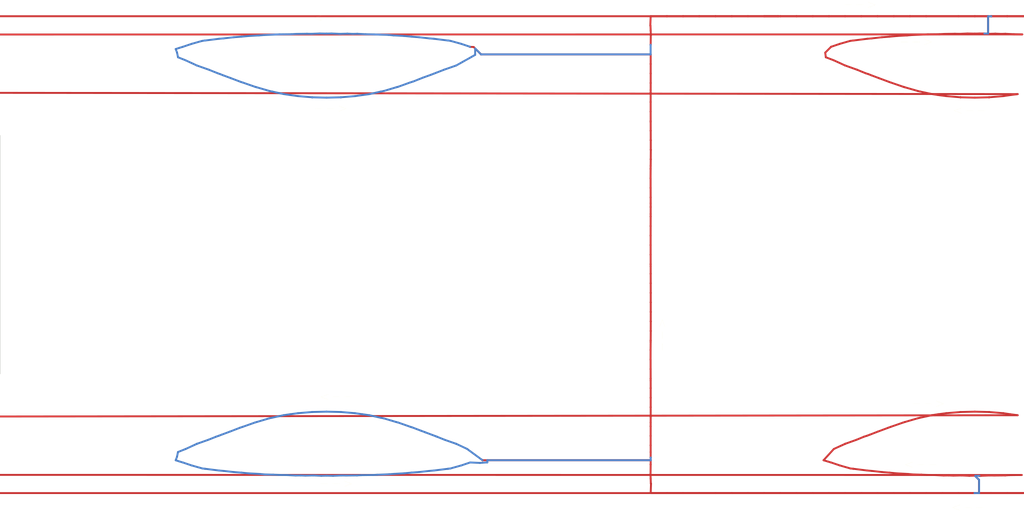
<source format=kicad_pcb>
(kicad_pcb (version 20221018) (generator pcbnew)
  (layers (0 "F.Cu" signal) (31 "B.Cu" signal) (34 "B.Paste" user) (35 "F.Paste" user) (36 "B.SilkS" user "B.Silkscreen") (37 "F.SilkS" user "F.Silkscreen") (38 "B.Mask" user) (39 "F.Mask" user) (44 "Edge.Cuts" user))
  (gr_line (start -1190 250) (end 1190 250) (layer "Edge.Cuts") (width 1))
  (gr_line (start 1190 250) (end 1190 -250) (layer "Edge.Cuts") (width 1))
  (gr_line (start 1190 -250) (end -1190 -250) (layer "Edge.Cuts") (width 1))
  (gr_line (start -1190 -250) (end -1190 250) (layer "Edge.Cuts") (width 1))
  (net 0 "")
  (net 1 "Net-(J1-Pin_1)")
  (footprint "Library:Banana_Jack_2Pin_Vert" (layer "F.Cu") (at 1434.118996 469.282843)
    (fp_text reference "J1")
    (fp_text value "Conn_01x02_Socket")
  )
  (gr_text "-->" (at -534.1878 -296.064912) (layer "F.SilkS") (effects (font (size 20 20) (thickness 0.1)) (justify left bottom)))
  (gr_text "-->" (at 575.477632 -513.744233) (layer "F.SilkS") (effects (font (size 20 20) (thickness 0.1)) (justify left bottom)))
  (gr_text "-->" (at -522.754782 490.520806) (layer "F.SilkS") (effects (font (size 20 20) (thickness 0.1)) (justify left bottom)))
  (gr_text "-->" (at 718.649519 322.951) (layer "F.SilkS") (effects (font (size 20 20) (thickness 0.1)) (justify left bottom)))
  (gr_text "<--" (at 805.662853 -291.999) (layer "F.SilkS") (effects (font (size 20 20) (thickness 0.1)) (justify left bottom)))
  (gr_text "<--" (at -535.861133 -485.988245) (layer "F.SilkS") (effects (font (size 20 20) (thickness 0.1)) (justify left bottom)))
  (gr_text "<--" (at 802.451856 540.576936) (layer "F.SilkS") (effects (font (size 20 20) (thickness 0.1)) (justify left bottom)))
  (gr_text "<--" (at 188.218591 131.362734 270) (layer "F.SilkS") (effects (font (size 20 20) (thickness 0.1)) (justify left bottom)))
  (gr_text "-->" (at 693.549519 -435.905667) (layer "F.SilkS") (effects (font (size 20 20) (thickness 0.1)) (justify left bottom)))
  (gr_text "<--" (at -522.271643 308.555172) (layer "F.SilkS") (effects (font (size 20 20) (thickness 0.1)) (justify left bottom)))
  (gr_text "<--" (at 703.264149 450.612389) (layer "F.SilkS") (effects (font (size 20 20) (thickness 0.1)) (justify left bottom)))
  (segment (start 411.98 -499.9992) (end 441.566084 -499.999897) (width 4) (layer "F.Cu") (net 1))
  (segment (start 1125.76 -396.7417) (end 1125.73 -396.73) (width 4) (layer "F.Cu") (net 1))
  (segment (start 1518.485687 -0.0283) (end 1518.485687 0.03) (width 4) (layer "F.Cu") (net 1))
  (segment (start 1518.485687 -240.0333) (end 1518.485687 -239.95) (width 4) (layer "F.Cu") (net 1))
  (segment (start 1154.77 -435.811) (end 1161.99 -433.7) (width 4) (layer "F.Cu") (net 1))
  (segment (start 445.96 499.9992) (end 411.98 500) (width 4) (layer "F.Cu") (net 1))
  (segment (start 853.82 -329.2787) (end 823.85 -330) (width 4) (layer "F.Cu") (net 1))
  (segment (start 174.06 -79.9991) (end 174.06 -80) (width 4) (layer "F.Cu") (net 1))
  (segment (start 1078.72 452.7285) (end 1069.29 453.52) (width 4) (layer "F.Cu") (net 1))
  (segment (start 1148.67 -407.4969) (end 1125.76 -396.74) (width 4) (layer "F.Cu") (net 1))
  (segment (start 173.98 -179.9755) (end 173.96 -180.03) (width 4) (layer "F.Cu") (net 1))
  (segment (start 1518.485687 260.0201) (end 1518.485687 280) (width 4) (layer "F.Cu") (net 1))
  (segment (start 310.01 499.9978) (end 276.03 500) (width 4) (layer "F.Cu") (net 1))
  (segment (start 995.14 459.77) (end 984.94 460.51) (width 4) (layer "F.Cu") (net 1))
  (segment (start 717.87 -499.9999) (end 717.87 -500) (width 4) (layer "F.Cu") (net 1))
  (segment (start 1397.63 -499.9984) (end 1397.63 -500) (width 4) (layer "F.Cu") (net 1))
  (segment (start 174.06 414.0678) (end 174.05 400.01) (width 4) (layer "F.Cu") (net 1))
  (segment (start 174.78 480.2237) (end 174.39 479.88) (width 4) (layer "F.Cu") (net 1))
  (segment (start 173.87 199.9427) (end 174.06 183.03) (width 4) (layer "F.Cu") (net 1))
  (segment (start 174.09 -359.9914) (end 174.09 -360.01) (width 4) (layer "F.Cu") (net 1))
  (segment (start 1431.62 499.9969) (end 1431.61 500) (width 4) (layer "F.Cu") (net 1))
  (segment (start 994.09 -459.8761) (end 1015.98 -458.66) (width 4) (layer "F.Cu") (net 1))
  (segment (start 853.251894 500) (end 819.83 500) (width 4) (layer "F.Cu") (net 1))
  (segment (start 276.02 499.9967) (end 242.04 500) (width 4) (layer "F.Cu") (net 1))
  (segment (start 1518.485687 219.8656) (end 1518.485687 220.08) (width 4) (layer "F.Cu") (net 1))
  (segment (start 1518.485687 -300.0158) (end 1518.485687 -299.98) (width 4) (layer "F.Cu") (net 1))
  (segment (start 242.03 499.9943) (end 208.06 499.99) (width 4) (layer "F.Cu") (net 1))
  (segment (start 1168.29 431.1615) (end 1161.99 433.7) (width 4) (layer "F.Cu") (net 1))
  (segment (start 173.79 459.9186) (end 174.06 440) (width 4) (layer "F.Cu") (net 1))
  (segment (start 570.8 -442.1095) (end 592.76 -448.37) (width 4) (layer "F.Cu") (net 1))
  (segment (start 173.94 -140.0366) (end 173.92 -159.96) (width 4) (layer "F.Cu") (net 1))
  (segment (start 798.86 462.9454) (end 788.49 463.17) (width 4) (layer "F.Cu") (net 1))
  (segment (start 1518.485687 80.029) (end 1518.485687 99.97) (width 4) (layer "F.Cu") (net 1))
  (segment (start 1518.485687 120.0346) (end 1518.485687 139.98) (width 4) (layer "F.Cu") (net 1))
  (segment (start 1518.485687 -380.0114) (end 1518.485687 -379.99) (width 4) (layer "F.Cu") (net 1))
  (segment (start 1518.485687 -160.1159) (end 1518.485687 -159.92) (width 4) (layer "F.Cu") (net 1))
  (segment (start 479.95 -499.9993) (end 479.95 -500) (width 4) (layer "F.Cu") (net 1))
  (segment (start 1518.485687 280.0024) (end 1518.485687 283.6) (width 4) (layer "F.Cu") (net 1))
  (segment (start 793.86 -332.5076) (end 776.92 -334.74) (width 4) (layer "F.Cu") (net 1))
  (segment (start 1518.485687 180.0586) (end 1518.485687 199.87) (width 4) (layer "F.Cu") (net 1))
  (segment (start 1518.485687 340.0008) (end 1518.485687 359.99) (width 4) (layer "F.Cu") (net 1))
  (segment (start 377.99 -500) (end 441.565981 -500) (width 4) (layer "F.Cu") (net 1))
  (segment (start 174.09 -499.9857) (end 208.04 -499.99) (width 4) (layer "F.Cu") (net 1))
  (segment (start 881.352176 -500) (end 881.833847 -499.518329) (width 4) (layer "F.Cu") (net 1))
  (segment (start 894.51 463.1912) (end 885.55 463.02) (width 4) (layer "F.Cu") (net 1))
  (segment (start 1518.485687 -59.9731) (end 1518.485687 -40.04) (width 4) (layer "F.Cu") (net 1))
  (segment (start 1449.358996 454.552843) (end 1461.994939 454.552843) (width 4) (layer "F.Cu") (net 1))
  (segment (start 1518.485687 340.0007) (end 1518.485687 340) (width 4) (layer "F.Cu") (net 1))
  (segment (start 1518.485687 -273.5537) (end 1518.485687 -260.01) (width 4) (layer "F.Cu") (net 1))
  (segment (start 637.69 -453.52) (end 659.06 -455.94) (width 4) (layer "F.Cu") (net 1))
  (segment (start 683.88 -499.9999) (end 683.88 -500) (width 4) (layer "F.Cu") (net 1))
  (segment (start 862.693832 472.354632) (end 853.82 463.4808) (width 4) (layer "F.Cu") (net 1))
  (segment (start 1518.485687 -280.0054) (end 1518.485687 -279.99) (width 4) (layer "F.Cu") (net 1))
  (segment (start 917.61 462.936) (end 894.51 463.19) (width 4) (layer "F.Cu") (net 1))
  (segment (start 1518.485687 35.6371) (end 1518.485687 40) (width 4) (layer "F.Cu") (net 1))
  (segment (start 881.833847 -499.518329) (end 881.76 -499.444482) (width 4) (layer "F.Cu") (net 1))
  (segment (start 1499.6 499.9856) (end 1499.58 499.99) (width 4) (layer "F.Cu") (net 1))
  (segment (start 1069.29 453.5229) (end 1047.75 455.88) (width 4) (layer "F.Cu") (net 1))
  (segment (start 174.28 -459.92) (end 174.38 -460.12) (width 4) (layer "F.Cu") (net 1))
  (segment (start 173.97 -20.0277) (end 173.98 -39.98) (width 4) (layer "F.Cu") (net 1))
  (segment (start 1518.485687 -260.0137) (end 1518.485687 -259.98) (width 4) (layer "F.Cu") (net 1))
  (segment (start 1518.485687 -200.0002) (end 1518.485687 -180.1) (width 4) (layer "F.Cu") (net 1))
  (segment (start 1159.71 499.9996) (end 1125.73 500) (width 4) (layer "F.Cu") (net 1))
  (segment (start 1003.73 351.9789) (end 1029.61 361.19) (width 4) (layer "F.Cu") (net 1))
  (segment (start 174.26 -239.9262) (end 174.18 -240.05) (width 4) (layer "F.Cu") (net 1))
  (segment (start 1193.7 -499.9995) (end 1227.68 -500) (width 4) (layer "F.Cu") (net 1))
  (segment (start 637.37 -375.9386) (end 630.65 -378.6) (width 4) (layer "F.Cu") (net 1))
  (segment (start 1136.09 442.0737) (end 1113.15 448.37) (width 4) (layer "F.Cu") (net 1))
  (segment (start 1078.71 -452.7209) (end 1107.92 -449.12) (width 4) (layer "F.Cu") (net 1))
  (segment (start 691.02 458.7034) (end 675.24 457.19) (width 4) (layer "F.Cu") (net 1))
  (segment (start 1461.994939 454.552843) (end 1462.376413 454.171369) (width 4) (layer "F.Cu") (net 1))
  (segment (start 1518.485687 -119.9735) (end 1518.485687 -100.02) (width 4) (layer "F.Cu") (net 1))
  (segment (start 1163.47 -413.9516) (end 1148.67 -407.5) (width 4) (layer "F.Cu") (net 1))
  (segment (start -178.735691 431.15037) (end -178.796061 431.09) (width 4) (layer "F.Cu") (net 1))
  (segment (start 242.03 -499.9945) (end 242.04 -500) (width 4) (layer "F.Cu") (net 1))
  (segment (start 174.06 -470.142) (end 173.69 -479.88) (width 4) (layer "F.Cu") (net 1))
  (segment (start 755.06 -462.0522) (end 779.47 -462.3) (width 4) (layer "F.Cu") (net 1))
  (segment (start 763.88 -336.7823) (end 739.31 -342.06) (width 4) (layer "F.Cu") (net 1))
  (segment (start 825.86 462.9868) (end 808.74 463.41) (width 4) (layer "F.Cu") (net 1))
  (segment (start 1193.7 -499.9996) (end 1193.7 -500) (width 4) (layer "F.Cu") (net 1))
  (segment (start 1518.485687 320.0074) (end 1518.485687 339.76) (width 4) (layer "F.Cu") (net 1))
  (segment (start 581.92 499.9996) (end 547.93 500) (width 4) (layer "F.Cu") (net 1))
  (segment (start 174.1 -399.9864) (end 174.1 -400.01) (width 4) (layer "F.Cu") (net 1))
  (segment (start 1518.485687 119.9727) (end 1518.485687 120.03) (width 4) (layer "F.Cu") (net 1))
  (segment (start 174.08 -440.0086) (end 174.079864 -440.464717) (width 4) (layer "F.Cu") (net 1))
  (segment (start 174.06 24.461) (end 174.05 20) (width 4) (layer "F.Cu") (net 1))
  (segment (start 723.94 460.8738) (end 713.48 459.89) (width 4) (layer "F.Cu") (net 1))
  (segment (start 739.13 341.9933) (end 763.88 336.7) (width 4) (layer "F.Cu") (net 1))
  (segment (start 1518.485687 59.983) (end 1518.485687 60.02) (width 4) (layer "F.Cu") (net 1))
  (segment (start 1518.485687 -239.9463) (end 1518.485687 -220.04) (width 4) (layer "F.Cu") (net 1))
  (segment (start 853.82 463.4808) (end 842.18 463.76) (width 4) (layer "F.Cu") (net 1))
  (segment (start 1449.358996 484.522843) (end 1448.653412 484.522843) (width 0.2) (layer "F.Cu") (net 1))
  (segment (start 552.29 435.8432) (end 545.23 433.72) (width 4) (layer "F.Cu") (net 1))
  (segment (start -178.675321 431.09) (end -178.735691 431.15037) (width 4) (layer "F.Cu") (net 1))
  (segment (start 547.93 -499.9996) (end 547.93 -500) (width 4) (layer "F.Cu") (net 1))
  (segment (start 1107.92 -449.1153) (end 1109.28 -448.99) (width 4) (layer "F.Cu") (net 1))
  (segment (start 174.05 -340.0041) (end 174.06 -345.24) (width 4) (layer "F.Cu") (net 1))
  (segment (start 953.36 -461.9339) (end 965.3 -461.44) (width 4) (layer "F.Cu") (net 1))
  (segment (start 1518.485687 160.0076) (end 1518.485687 162.64) (width 4) (layer "F.Cu") (net 1))
  (segment (start 653.27 -369.9797) (end 637.37 -375.94) (width 4) (layer "F.Cu") (net 1))
  (segment (start 965.3 -461.4403) (end 983.06 -460.88) (width 4) (layer "F.Cu") (net 1))
  (segment (start 1518.485687 470.3295) (end 1518.485687 479.88) (width 4) (layer "F.Cu") (net 1))
  (segment (start 926.95 462.3792) (end 917.61 462.94) (width 4) (layer "F.Cu") (net 1))
  (segment (start 276.03 -499.9978) (end 310.01 -500) (width 4) (layer "F.Cu") (net 1))
  (segment (start 703.91 -351.9678) (end 677.84 -360.9) (width 4) (layer "F.Cu") (net 1))
  (segment (start 1518.485687 20.0134) (end 1518.485687 35.64) (width 4) (layer "F.Cu") (net 1))
  (segment (start 174.36 -219.8878) (end 174.24 -220.07) (width 4) (layer "F.Cu") (net 1))
  (segment (start 552.3 -435.76) (end 540.14 -423.6) (width 4) (layer "F.Cu") (net 1))
  (segment (start 885.55 463.0153) (end 866.48 463.79) (width 4) (layer "F.Cu") (net 1))
  (segment (start 174.06 -499.3252) (end 174.09 -499.99) (width 4) (layer "F.Cu") (net 1))
  (segment (start 838.41 -463.7995) (end 853.82 -463.49) (width 4) (layer "F.Cu") (net 1))
  (segment (start 883.89 -330.0335) (end 883.8 -330.02) (width 4) (layer "F.Cu") (net 1))
  (segment (start 513.94 499.9996) (end 513.94 500) (width 4) (layer "F.Cu") (net 1))
  (segment (start 675.24 457.1916) (end 659.09 455.91) (width 4) (layer "F.Cu") (net 1))
  (segment (start 1518.485687 -359.996) (end 1518.485687 -351.72) (width 4) (layer "F.Cu") (net 1))
  (segment (start 173.96 -180.0307) (end 174.06 -186.44) (width 4) (layer "F.Cu") (net 1))
  (segment (start 615.9 -499.9997) (end 615.9 -500) (width 4) (layer "F.Cu") (net 1))
  (segment (start 722.52 -460.5595) (end 747.04 -461.65) (width 4) (layer "F.Cu") (net 1))
  (segment (start 615.9 499.9998) (end 615.9 500) (width 4) (layer "F.Cu") (net 1))
  (segment (start 1518.485687 -140.0715) (end 1518.485687 -139.95) (width 4) (layer "F.Cu") (net 1))
  (segment (start 812.2 -463.2254) (end 822.43 -463.04) (width 4) (layer "F.Cu") (net 1))
  (segment (start 711.82 -459.7819) (end 722.52 -460.56) (width 4) (layer "F.Cu") (net 1))
  (segment (start 888.44524 -499.971517) (end 888.473723 -500) (width 4) (layer "F.Cu") (net 1))
  (segment (start 966.77 342.0483) (end 973.75 343.28) (width 4) (layer "F.Cu") (net 1))
  (segment (start 1518.485687 -220.0406) (end 1518.485687 -219.93) (width 4) (layer "F.Cu") (net 1))
  (segment (start 955.78 499.9999) (end 955.78 500) (width 4) (layer "F.Cu") (net 1))
  (segment (start 1518.485687 -480.2134) (end 1518.485687 -479.88) (width 4) (layer "F.Cu") (net 1))
  (segment (start 1518.485687 79.975) (end 1518.485687 80.03) (width 4) (layer "F.Cu") (net 1))
  (segment (start 581.92 396.7431) (end 581.92 396.74) (width 4) (layer "F.Cu") (net 1))
  (segment (start 1518.485687 -179.9221) (end 1518.485687 -160.12) (width 4) (layer "F.Cu") (net 1))
  (segment (start 174.06 -107.7471) (end 174.04 -119.99) (width 4) (layer "F.Cu") (net 1))
  (segment (start 173.98 -19.9737) (end 173.97 -20.03) (width 4) (layer "F.Cu") (net 1))
  (segment (start 513.94 -499.9996) (end 547.93 -500) (width 4) (layer "F.Cu") (net 1))
  (segment (start 1397.63 499.9978) (end 1397.63 500) (width 4) (layer "F.Cu") (net 1))
  (segment (start 174.1 320.0149) (end 174.11 319.98) (width 4) (layer "F.Cu") (net 1))
  (segment (start 1518.485687 0.0283) (end 1518.485687 19.99) (width 4) (layer "F.Cu") (net 1))
  (segment (start 1465.6 -499.9967) (end 1465.61 -499.99) (width 4) (layer "F.Cu") (net 1))
  (segment (start 1462.376413 496.756413) (end 1465.61 499.99) (width 4) (layer "F.Cu") (net 1))
  (segment (start 1023.76 499.9999) (end 1023.76 500) (width 4) (layer "F.Cu") (net 1))
  (segment (start 1518.485687 -19.9637) (end 1518.485687 -0.03) (width 4) (layer "F.Cu") (net 1))
  (segment (start 888.473723 -500) (end 921.8 -500) (width 4) (layer "F.Cu") (net 1))
  (segment (start 1431.61 499.9978) (end 1397.63 500) (width 4) (layer "F.Cu") (net 1))
  (segment (start 1518.485687 400.0084) (end 1518.485687 420) (width 4) (layer "F.Cu") (net 1))
  (segment (start 633.89 377.5013) (end 650.45 371.13) (width 4) (layer "F.Cu") (net 1))
  (segment (start 1083.69 -381.7102) (end 1079.06 -379.7) (width 4) (layer "F.Cu") (net 1))
  (segment (start 174.11 300.0172) (end 174.12 299.98) (width 4) (layer "F.Cu") (net 1))
  (segment (start 174.06 414.0678) (end 174.06 425.441319) (width 4) (layer "F.Cu") (net 1))
  (segment (start 174.09 180.0108) (end 174.09 179.99) (width 4) (layer "F.Cu") (net 1))
  (segment (start 739.31 -342.0567) (end 733.9 -343.29) (width 4) (layer "F.Cu") (net 1))
  (segment (start 174.06 425.441319) (end 174.071325 425.452644) (width 4) (layer "F.Cu") (net 1))
  (segment (start 1109.28 -448.9902) (end 1113.12 -448.37) (width 4) (layer "F.Cu") (net 1))
  (segment (start 921.8 -500) (end 955.78 -500) (width 4) (layer "F.Cu") (net 1))
  (segment (start 1518.485687 -319.9836) (end 1518.485687 -300.02) (width 4) (layer "F.Cu") (net 1))
  (segment (start 174.06 -80.0014) (end 174.06 -85.33) (width 4) (layer "F.Cu") (net 1))
  (segment (start 1518.485687 -351.7161) (end 1518.485687 -340.01) (width 4) (layer "F.Cu") (net 1))
  (segment (start 863.852013 463.79) (end 862.69906 463.79) (width 4) (layer "F.Cu") (net 1))
  (segment (start 649.9 -499.9999) (end 683.88 -500) (width 4) (layer "F.Cu") (net 1))
  (segment (start 1499.58 499.9945) (end 1465.61 499.99) (width 4) (layer "F.Cu") (net 1))
  (segment (start 1518.485687 -120.0337) (end 1518.485687 -119.97) (width 4) (layer "F.Cu") (net 1))
  (segment (start 1161.99 -433.7003) (end 1168.27 -431.16) (width 4) (layer "F.Cu") (net 1))
  (segment (start 558.23 407.4883) (end 581.92 396.74) (width 4) (layer "F.Cu") (net 1))
  (segment (start 174.06 431.09) (end -178.675321 431.09) (width 4) (layer "F.Cu") (net 1))
  (segment (start 1031.74 457.0652) (end 1016.4 458.54) (width 4) (layer "F.Cu") (net 1))
  (segment (start 174.09 280.011) (end 174.1 279.99) (width 4) (layer "F.Cu") (net 1))
  (segment (start 789.85 -462.9126) (end 812.2 -463.23) (width 4) (layer "F.Cu") (net 1))
  (segment (start 1518.485687 -60.0305) (end 1518.485687 -59.97) (width 4) (layer "F.Cu") (net 1))
  (segment (start 1518.485687 259.9721) (end 1518.485687 260.02) (width 4) (layer "F.Cu") (net 1))
  (segment (start 1023.76 499.9999) (end 989.77 500) (width 4) (layer "F.Cu") (net 1))
  (segment (start 1193.7 499.9995) (end 1193.7 500) (width 4) (layer "F.Cu") (net 1))
  (segment (start 441.566084 -499.999897) (end 445.96 -500) (width 4) (layer "F.Cu") (net 1))
  (segment (start 928.41 -334.7015) (end 913.78 -332.5) (width 4) (layer "F.Cu") (net 1))
  (segment (start 1125.72 499.9997) (end 1091.73 500) (width 4) (layer "F.Cu") (net 1))
  (segment (start 570.82 442.0867) (end 552.29 435.84) (width 4) (layer "F.Cu") (net 1))
  (segment (start 628.35 -452.7172) (end 637.69 -453.52) (width 4) (layer "F.Cu") (net 1))
  (segment (start 377.99 499.9991) (end 377.99 500) (width 4) (layer "F.Cu") (net 1))
  (segment (start 545.23 433.7218) (end 536.66 431.16) (width 4) (layer "F.Cu") (net 1))
  (segment (start 908.78 -462.9484) (end 917.78 -463.17) (width 4) (layer "F.Cu") (net 1))
  (segment (start 173.69 -479.8841) (end 173.29 -480.2) (width 4) (layer "F.Cu") (net 1))
  (segment (start 1518.485687 239.9251) (end 1518.485687 240.05) (width 4) (layer "F.Cu") (net 1))
  (segment (start 1159.71 499.9996) (end 1159.71 500) (width 4) (layer "F.Cu") (net 1))
  (segment (start 1518.485687 -180.0958) (end 1518.485687 -179.92) (width 4) (layer "F.Cu") (net 1))
  (segment (start 1518.485687 -279.9944) (end 1518.485687 -273.55) (width 4) (layer "F.Cu") (net 1))
  (segment (start 174.25 140.0688) (end 174.2 139.95) (width 4) (layer "F.Cu") (net 1))
  (segment (start 866.48 463.79) (end 863.984187 463.79) (width 4) (layer "F.Cu") (net 1))
  (segment (start 853.82 500) (end 853.340484 500) (width 4) (layer "F.Cu") (net 1))
  (segment (start 823.85 -329.9967) (end 823.84 -330) (width 4) (layer "F.Cu") (net 1))
  (segment (start 1125.7 -396.72) (end 1100.77 -388.12) (width 4) (layer "F.Cu") (net 1))
  (segment (start 888.416757 -500) (end 888.44524 -499.971517) (width 4) (layer "F.Cu") (net 1))
  (segment (start 917.78 -463.1727) (end 935.92 -462.26) (width 4) (layer "F.Cu") (net 1))
  (segment (start 174.06 183.0267) (end 174.09 180.01) (width 4) (layer "F.Cu") (net 1))
  (segment (start 822.43 -463.0407) (end 838.41 -463.8) (width 4) (layer "F.Cu") (net 1))
  (segment (start 1518.485687 -320.0159) (end 1518.485687 -319.98) (width 4) (layer "F.Cu") (net 1))
  (segment (start 675.19 -457.1395) (end 690.45 -458.58) (width 4) (layer "F.Cu") (net 1))
  (segment (start 1518.485687 -499.9866) (end 1518.485687 -480.21) (width 4) (layer "F.Cu") (net 1))
  (segment (start 1166.69 423.6493) (end 1168.29 431.16) (width 4) (layer "F.Cu") (net 1))
  (segment (start 873.465008 -463.77) (end 873.556827 -463.678181) (width 4) (layer "F.Cu") (net 1))
  (segment (start 552.3 -435.8513) (end 570.8 -442.11) (width 4) (layer "F.Cu") (net 1))
  (segment (start 1047.75 455.8796) (end 1031.74 457.07) (width 4) (layer "F.Cu") (net 1))
  (segment (start 1518.485687 -200.0398) (end 1518.485687 -200) (width 4) (layer "F.Cu") (net 1))
  (segment (start 547.93 -499.9996) (end 581.92 -500) (width 4) (layer "F.Cu") (net 1))
  (segment (start 706.8 -351.1128) (end 703.91 -351.97) (width 4) (layer "F.Cu") (net 1))
  (segment (start 649.89 -499.9998) (end 649.9 -500) (width 4) (layer "F.Cu") (net 1))
  (segment (start 1261.67 -499.9993) (end 1261.68 -500) (width 4) (layer "F.Cu") (net 1))
  (segment (start 955.78 -500) (end 955.78 -500) (width 4) (layer "F.Cu") (net 1))
  (segment (start 1125.72 396.7417) (end 1125.72 396.74) (width 4) (layer "F.Cu") (net 1))
  (segment (start 1518.485687 -469.4859) (end 1518.485687 -460.11) (width 4) (layer "F.Cu") (net 1))
  (segment (start 174.19 -200.0483) (end 174.36 -219.89) (width 4) (layer "F.Cu") (net 1))
  (segment (start 1163.39 413.9516) (end 1166.69 423.65) (width 4) (layer "F.Cu") (net 1))
  (segment (start 853.296189 499.955705) (end 853.251894 500) (width 4) (layer "F.Cu") (net 1))
  (segment (start 344 -499.9988) (end 377.99 -500) (width 4) (layer "F.Cu") (net 1))
  (segment (start 173.98 -40.0261) (end 174.02 -59.99) (width 4) (layer "F.Cu") (net 1))
  (segment (start 928.35 334.7223) (end 943.77 336.75) (width 4) (layer "F.Cu") (net 1))
  (segment (start 479.95 499.9995) (end 479.95 500) (width 4) (layer "F.Cu") (net 1))
  (segment (start 1499.58 -499.9943) (end 1499.6 -499.99) (width 4) (layer "F.Cu") (net 1))
  (segment (start 173.92 200.0438) (end 173.87 199.94) (width 4) (layer "F.Cu") (net 1))
  (segment (start 173.29 -480.2001) (end 174.06 -499.33) (width 4) (layer "F.Cu") (net 1))
  (segment (start 174.05 259.9956) (end 173.99 240.02) (width 4) (layer "F.Cu") (net 1))
  (segment (start 1079.06 -379.6977) (end 1073.43 -377.46) (width 4) (layer "F.Cu") (net 1))
  (segment (start 479.95 499.9993) (end 445.97 500) (width 4) (layer "F.Cu") (net 1))
  (segment (start 1431.62 -499.9967) (end 1465.6 -500) (width 4) (layer "F.Cu") (net 1))
  (segment (start 779.47 -462.2979) (end 789.85 -462.91) (width 4) (layer "F.Cu") (net 1))
  (segment (start 1227.69 -499.9993) (end 1261.67 -500) (width 4) (layer "F.Cu") (net 1))
  (segment (start 771.4 462.253) (end 753.71 461.93) (width 4) (layer "F.Cu") (net 1))
  (segment (start 598.24 -449) (end 599.6 -449.13) (width 4) (layer "F.Cu") (net 1))
  (segment (start 862.69906 463.79) (end 862.647224 463.841836) (width 4) (layer "F.Cu") (net 1))
  (segment (start 445.97 -499.9993) (end 479.95 -500) (width 4) (layer "F.Cu") (net 1))
  (segment (start 1035.44 -363.0619) (end 1028.57 -361.11) (width 4) (layer "F.Cu") (net 1))
  (segment (start 1161.99 433.6975) (end 1154.79 435.79) (width 4) (layer "F.Cu") (net 1))
  (segment (start 173.99 240.0234) (end 173.94 239.96) (width 4) (layer "F.Cu") (net 1))
  (segment (start 174.23 -199.9369) (end 174.19 -200.05) (width 4) (layer "F.Cu") (net 1))
  (segment (start 717.87 499.9999) (end 683.88 500) (width 4) (layer "F.Cu") (net 1))
  (segment (start 173.98 -39.9763) (end 173.98 -40.03) (width 4) (layer "F.Cu") (net 1))
  (segment (start 1499.6 -499.9866) (end 1518.485687 -499.99) (width 4) (layer "F.Cu") (net 1))
  (segment (start 1125.73 -396.7316) (end 1125.7 -396.72) (width 4) (layer "F.Cu") (net 1))
  (segment (start 536.66 431.1615) (end 558.23 407.4883) (width 4) (layer "F.Cu") (net 1))
  (segment (start 174.06 -345.2373) (end 174.09 -359.99) (width 4) (layer "F.Cu") (net 1))
  (segment (start 276.02 -499.9969) (end 276.03 -500) (width 4) (layer "F.Cu") (net 1))
  (segment (start 1051.49 369.2791) (end 1060.2 372.25) (width 4) (layer "F.Cu") (net 1))
  (segment (start 1518.485687 -419.9992) (end 1518.485687 -400.01) (width 4) (layer "F.Cu") (net 1))
  (segment (start 208.04 -499.9857) (end 208.06 -499.99) (width 4) (layer "F.Cu") (net 1))
  (segment (start 823.84 -329.9971) (end 823.83 -330) (width 4) (layer "F.Cu") (net 1))
  (segment (start 547.93 499.9996) (end 513.94 500) (width 4) (layer "F.Cu") (net 1))
  (segment (start 1033.32 362.1717) (end 1051.49 369.28) (width 4) (layer "F.Cu") (net 1))
  (segment (start 785.84 500) (end 751.86 500) (width 4) (layer "F.Cu") (net 1))
  (segment (start 1055.18 -371.1611) (end 1035.44 -363.06) (width 4) (layer "F.Cu") (net 1))
  (segment (start 174.11 -260.0196) (end 174.06 -277.94) (width 4) (layer "F.Cu") (net 1))
  (segment (start 1518.485687 -299.9827) (end 1518.485687 -280.01) (width 4) (layer "F.Cu") (net 1))
  (segment (start 1227.68 499.9995) (end 1193.7 500) (width 4) (layer "F.Cu") (net 1))
  (segment (start 174.06 -277.9355) (end 174.06 -280) (width 4) (layer "F.Cu") (net 1))
  (segment (start 1518.485687 -360.0051) (end 1518.485687 -360) (width 4) (layer "F.Cu") (net 1))
  (segment (start 615.9 -499.9998) (end 649.89 -500) (width 4) (layer "F.Cu") (net 1))
  (segment (start 1518.485687 -99.9856) (end 1518.485687 -80.02) (width 4) (layer "F.Cu") (net 1))
  (segment (start 733.9 -343.2917) (end 706.8 -351.11) (width 4) (layer "F.Cu") (net 1))
  (segment (start 1031.64 -457.1759) (end 1047.78 -455.91) (width 4) (layer "F.Cu") (net 1))
  (segment (start 785.85 500) (end 785.84 500) (width 4) (layer "F.Cu") (net 1))
  (segment (start 174.08 339.9944) (end 174.1 320.01) (width 4) (layer "F.Cu") (net 1))
  (segment (start 174.2 139.95) (end 174.23 120.06) (width 4) (layer "F.Cu") (net 1))
  (segment (start 673.64 -362.3952) (end 653.27 -369.98) (width 4) (layer "F.Cu") (net 1))
  (segment (start 959.84 461.6539) (end 952.23 462.06) (width 4) (layer "F.Cu") (net 1))
  (segment (start 173.92 220.0434) (end 173.82 219.93) (width 4) (layer "F.Cu") (net 1))
  (segment (start 1125.72 396.7436) (end 1125.73 396.75) (width 4) (layer "F.Cu") (net 1))
  (segment (start 174.38 -460.1224) (end 174.06 -470.14) (width 4) (layer "F.Cu") (net 1))
  (segment (start 1518.485687 40.0042) (end 1518.485687 59.98) (width 4) (layer "F.Cu") (net 1))
  (segment (start 883.81 329.9985) (end 913.78 332.49) (width 4) (layer "F.Cu") (net 1))
  (segment (start 883.79 329.9977) (end 883.8 330) (width 4) (layer "F.Cu") (net 1))
  (segment (start 1073.43 -377.4612) (end 1055.18 -371.16) (width 4) (layer "F.Cu") (net 1))
  (segment (start 1136.1 -442.0823) (end 1154.77 -435.81) (width 4) (layer "F.Cu") (net 1))
  (segment (start 1448.653412 484.522843) (end 1446.629286 486.546969) (width 0.2) (layer "F.Cu") (net 1))
  (segment (start 174.06 440.0028) (end 174.06 440) (width 4) (layer "F.Cu") (net 1))
  (segment (start 1091.73 499.9998) (end 1057.75 500) (width 4) (layer "F.Cu") (net 1))
  (segment (start 649.89 499.9998) (end 615.9 500) (width 4) (layer "F.Cu") (net 1))
  (segment (start 1518.485687 200.0989) (end 1518.485687 219.87) (width 4) (layer "F.Cu") (net 1))
  (segment (start 558.25 -407.5076) (end 541.38 -413.95) (width 4) (layer "F.Cu") (net 1))
  (segment (start 174.11 -379.9841) (end 174.1 -380.02) (width 4) (layer "F.Cu") (net 1))
  (segment (start 1518.485687 420.0018) (end 1518.485687 440) (width 4) (layer "F.Cu") (net 1))
  (segment (start 174.05 360.0043) (end 174.05 360) (width 4) (layer "F.Cu") (net 1))
  (segment (start 174.14 59.9707) (end 174.1 40.02) (width 4) (layer "F.Cu") (net 1))
  (segment (start 690.45 -458.5775) (end 711.82 -459.78) (width 4) (layer "F.Cu") (net 1))
  (segment (start 1518.485687 459.9147) (end 1518.485687 460.13) (width 4) (layer "F.Cu") (net 1))
  (segment (start 973.75 -343.1708) (end 966.99 -341.98) (width 4) (layer "F.Cu") (net 1))
  (segment (start 174.06 264.0351) (end 174.05 260) (width 4) (layer "F.Cu") (net 1))
  (segment (start 174.079864 -440.464717) (end 174.28 -459.92) (width 4) (layer "F.Cu") (net 1))
  (segment (start 344 499.9984) (end 310.02 500) (width 4) (layer "F.Cu") (net 1))
  (segment (start 581.92 -499.9996) (end 581.92 -500) (width 4) (layer "F.Cu") (net 1))
  (segment (start 955.78 -499.9999) (end 989.77 -500) (width 4) (layer "F.Cu") (net 1))
  (segment (start 823.78 330.0188) (end 823.84 330.01) (width 4) (layer "F.Cu") (net 1))
  (segment (start 1261.68 499.9992) (end 1261.67 500) (width 4) (layer "F.Cu") (net 1))
  (segment (start 1518.485687 -439.9991) (end 1518.485687 -420) (width 4) (layer "F.Cu") (net 1))
  (segment (start 445.97 499.9993) (end 445.96 500) (width 4) (layer "F.Cu") (net 1))
  (segment (start 592.76 -448.3714) (end 598.24 -449) (width 4) (layer "F.Cu") (net 1))
  (segment (start 1518.485687 -200.0006) (end 1518.485687 -200) (width 4) (layer "F.Cu") (net 1))
  (segment (start 1363.64 499.9984) (end 1363.63 500) (width 4) (layer "F.Cu") (net 1))
  (segment (start 1518.485687 420) (end 1518.485687 420) (width 4) (layer "F.Cu") (net 1))
  (segment (start 174.23 160.0618) (end 174.18 159.96) (width 4) (layer "F.Cu") (net 1))
  (segment (start 823.87 330.0131) (end 853.82 329.28) (width 4) (layer "F.Cu") (net 1))
  (segment (start 173.92 -159.9564) (end 173.85 -160.06) (width 4) (layer "F.Cu") (net 1))
  (segment (start 310.01 -499.9978) (end 310.02 -500) (width 4) (layer "F.Cu") (net 1))
  (segment (start 174.07 -100.0041) (end 174.06 -107.75) (width 4) (layer "F.Cu") (net 1))
  (segment (start 1518.485687 240.0461) (end 1518.485687 259.97) (width 4) (layer "F.Cu") (net 1))
  (segment (start 445.96 -499.9992) (end 445.97 -500) (width 4) (layer "F.Cu") (net 1))
  (segment (start 913.78 -332.4962) (end 883.89 -330.03) (width 4) (layer "F.Cu") (net 1))
  (segment (start 863.984187 463.79) (end 863.9181 463.723913) (width 4) (layer "F.Cu") (net 1))
  (segment (start 808.74 463.4137) (end 798.86 462.95) (width 4) (layer "F.Cu") (net 1))
  (segment (start 605.89 388.1836) (end 621.62 381.72) (width 4) (layer "F.Cu") (net 1))
  (segment (start 733.9 343.1922) (end 739.13 341.99) (width 4) (layer "F.Cu") (net 1))
  (segment (start 344 499.9988) (end 344 500) (width 4) (layer "F.Cu") (net 1))
  (segment (start 672.21 363.0386) (end 677.57 361.1) (width 4) (layer "F.Cu") (net 1))
  (segment (start 1397.63 499.9984) (end 1363.64 500) (width 4) (layer "F.Cu") (net 1))
  (segment (start 1518.485687 399.993) (end 1518.485687 400.01) (width 4) (layer "F.Cu") (net 1))
  (segment (start 677.57 361.0966) (end 703.91 351.97) (width 4) (layer "F.Cu") (net 1))
  (segment (start 208.06 499.9943) (end 208.04 499.99) (width 4) (layer "F.Cu") (net 1))
  (segment (start 637.7 453.5287) (end 628.34 452.72) (width 4) (layer "F.Cu") (net 1))
  (segment (start 1462.376413 454.171369) (end 1462.376413 496.756413) (width 4) (layer "F.Cu") (net 1))
  (segment (start 1518.485687 299.9924) (end 1518.485687 300.01) (width 4) (layer "F.Cu") (net 1))
  (segment (start 174.05 400.0055) (end 174.05 400) (width 4) (layer "F.Cu") (net 1))
  (segment (start 1295.66 499.9991) (end 1295.66 500) (width 4) (layer "F.Cu") (net 1))
  (segment (start 174.18 -240.0454) (end 174.14 -259.97) (width 4) (layer "F.Cu") (net 1))
  (segment (start 862.695329 500) (end 862.693832 500.001497) (width 4) (layer "F.Cu") (net 1))
  (segment (start 819.83 500) (end 785.85 500) (width 4) (layer "F.Cu") (net 1))
  (segment (start 1125.73 -499.9996) (end 1159.71 -500) (width 4) (layer "F.Cu") (net 1))
  (segment (start 599.6 -449.1267) (end 628.35 -452.72) (width 4) (layer "F.Cu") (net 1))
  (segment (start 1518.485687 -100.0175) (end 1518.485687 -99.99) (width 4) (layer "F.Cu") (net 1))
  (segment (start 624.56 -380.5276) (end 606.77 -387.84) (width 4) (layer "F.Cu") (net 1))
  (segment (start 174.1 -400.0147) (end 174.08 -419.99) (width 4) (layer "F.Cu") (net 1))
  (segment (start 1397.63 -499.9978) (end 1431.61 -500) (width 4) (layer "F.Cu") (net 1))
  (segment (start 887.81 -500) (end 888.416757 -500) (width 4) (layer "F.Cu") (net 1))
  (segment (start 1159.71 -499.9996) (end 1159.71 -500) (width 4) (layer "F.Cu") (net 1))
  (segment (start 513.94 499.9995) (end 479.95 500) (width 4) (layer "F.Cu") (net 1))
  (segment (start 174.12 299.9811) (end 174.09 280.01) (width 4) (layer "F.Cu") (net 1))
  (segment (start -178.796061 431.09) (end -179.041252 431.09) (width 4) (layer "F.Cu") (net 1))
  (segment (start 1227.68 -499.9995) (end 1227.69 -500) (width 4) (layer "F.Cu") (net 1))
  (segment (start 242.04 499.9967) (end 242.03 499.99) (width 4) (layer "F.Cu") (net 1))
  (segment (start 599.59 449.1142) (end 598.25 448.99) (width 4) (layer "F.Cu") (net 1))
  (segment (start 552.3 -435.8513) (end 552.3 -435.76) (width 4) (layer "F.Cu") (net 1))
  (segment (start 883.8 329.998) (end 883.81 330) (width 4) (layer "F.Cu") (net 1))
  (segment (start 1148.63 407.5398) (end 1163.39 413.95) (width 4) (layer "F.Cu") (net 1))
  (segment (start 989.77 -499.9999) (end 989.77 -500) (width 4) (layer "F.Cu") (net 1))
  (segment (start 1518.485687 499.3421) (end 1518.485687 499.99) (width 4) (layer "F.Cu") (net 1))
  (segment (start 1518.485687 -460.1145) (end 1518.485687 -459.93) (width 4) (layer "F.Cu") (net 1))
  (segment (start 763.88 336.696) (end 776.8 334.7) (width 4) (layer "F.Cu") (net 1))
  (segment (start 547.93 499.9996) (end 547.93 500) (width 4) (layer "F.Cu") (net 1))
  (segment (start 1518.485687 360.0088) (end 1518.485687 379.99) (width 4) (layer "F.Cu") (net 1))
  (segment (start 952.23 462.0639) (end 926.95 462.38) (width 4) (layer "F.Cu") (net 1))
  (segment (start 1431.61 499.9978) (end 1433.884039 499.9978) (width 4) (layer "F.Cu") (net 1))
  (segment (start 1227.69 499.9993) (end 1227.68 500) (width 4) (layer "F.Cu") (net 1))
  (segment (start 581.92 499.9997) (end 581.92 500) (width 4) (layer "F.Cu") (net 1))
  (segment (start 592.87 448.3714) (end 570.82 442.09) (width 4) (layer "F.Cu") (net 1))
  (segment (start 973.75 343.2819) (end 999.86 351.12) (width 4) (layer "F.Cu") (net 1))
  (segment (start 630.65 -378.5958) (end 624.56 -380.53) (width 4) (layer "F.Cu") (net 1))
  (segment (start 753.71 461.932) (end 741.74 461.44) (width 4) (layer "F.Cu") (net 1))
  (segment (start 1261.67 499.9993) (end 1227.69 500) (width 4) (layer "F.Cu") (net 1))
  (segment (start 174.1 -380.0162) (end 174.1 -399.99) (width 4) (layer "F.Cu") (net 1))
  (segment (start 1518.485687 -459.9252) (end 1518.485687 -440) (width 4) (layer "F.Cu") (net 1))
  (segment (start 1109.28 448.9948) (end 1107.92 449.12) (width 4) (layer "F.Cu") (net 1))
  (segment (start 1518.485687 19.9873) (end 1518.485687 20.01) (width 4) (layer "F.Cu") (net 1))
  (segment (start 1154.79 435.7921) (end 1136.09 442.07) (width 4) (layer "F.Cu") (net 1))
  (segment (start 1107.92 449.1208) (end 1078.72 452.73) (width 4) (layer "F.Cu") (net 1))
  (segment (start 174.02 -320.0134) (end 174.05 -340) (width 4) (layer "F.Cu") (net 1))
  (segment (start 896.81 -463.4181) (end 908.78 -462.95) (width 4) (layer "F.Cu") (net 1))
  (segment (start 793.86 332.4881) (end 823.78 330.02) (width 4) (layer "F.Cu") (net 1))
  (segment (start 174.06 -279.9984) (end 174.06 -280) (width 4) (layer "F.Cu") (net 1))
  (segment (start 1295.66 -499.9991) (end 1329.65 -500) (width 4) (layer "F.Cu") (net 1))
  (segment (start 1091.73 -499.9998) (end 1091.73 -500) (width 4) (layer "F.Cu") (net 1))
  (segment (start 862.693832 500.001497) (end 862.693832 472.354632) (width 4) (layer "F.Cu") (net 1))
  (segment (start 174.1 40.0152) (end 174.1 39.99) (width 4) (layer "F.Cu") (net 1))
  (segment (start 1518.485687 -80.0196) (end 1518.485687 -79.98) (width 4) (layer "F.Cu") (net 1))
  (segment (start 174.05 20.004) (end 174.05 20) (width 4) (layer "F.Cu") (net 1))
  (segment (start 174.05 399.9961) (end 174.04 380.01) (width 4) (layer "F.Cu") (net 1))
  (segment (start 174.04 379.9926) (end 174.05 360) (width 4) (layer "F.Cu") (net 1))
  (segment (start 989.77 499.9999) (end 955.78 500) (width 4) (layer "F.Cu") (net 1))
  (segment (start 1518.485687 -339.9934) (end 1518.485687 -320.02) (width 4) (layer "F.Cu") (net 1))
  (segment (start 174.05 19.9963) (end 174 0.02) (width 4) (layer "F.Cu") (net 1))
  (segment (start 1518.485687 379.9888) (end 1518.485687 380.01) (width 4) (layer "F.Cu") (net 1))
  (segment (start 788.49 463.1696) (end 771.4 462.25) (width 4) (layer "F.Cu") (net 1))
  (segment (start 174.02 -319.9863) (end 174.02 -320.01) (width 4) (layer "F.Cu") (net 1))
  (segment (start 650.45 371.1343) (end 672.21 363.04) (width 4) (layer "F.Cu") (net 1))
  (segment (start 174.14 -259.9727) (end 174.11 -260.02) (width 4) (layer "F.Cu") (net 1))
  (segment (start 411.98 499.9992) (end 411.97 500) (width 4) (layer "F.Cu") (net 1))
  (segment (start 1329.65 -499.9991) (end 1329.65 -500) (width 4) (layer "F.Cu") (net 1))
  (segment (start -182.037296 -420.344031) (end -197.248149 -435.554884) (width 4) (layer "F.Cu") (net 1))
  (segment (start 999.86 351.1191) (end 1003.73 351.98) (width 4) (layer "F.Cu") (net 1))
  (segment (start 310.02 499.9984) (end 310.01 500) (width 4) (layer "F.Cu") (net 1))
  (segment (start 1057.75 499.9999) (end 1023.76 500) (width 4) (layer "F.Cu") (net 1))
  (segment (start 174.19 99.9535) (end 174.19 80.05) (width 4) (layer "F.Cu") (net 1))
  (segment (start 581.92 396.7417) (end 605.89 388.18) (width 4) (layer "F.Cu") (net 1))
  (segment (start 377.99 499.9988) (end 344 500) (width 4) (layer "F.Cu") (net 1))
  (segment (start 883.8 -330.0249) (end 883.72 -330.02) (width 4) (layer "F.Cu") (net 1))
  (segment (start 541.38 -413.9516) (end 540.14 -423.6) (width 4) (layer "F.Cu") (net 1))
  (segment (start 1518.485687 -259.9814) (end 1518.485687 -240.03) (width 4) (layer "F.Cu") (net 1))
  (segment (start 174.09 179.9919) (end 174.23 160.06) (width 4) (layer "F.Cu") (net 1))
  (segment (start 1125.73 396.7467) (end 1148.63 407.54) (width 4) (layer "F.Cu") (net 1))
  (segment (start 1518.485687 60.0194) (end 1518.485687 79.98) (width 4) (layer "F.Cu") (net 1))
  (segment (start 751.85 -499.9999) (end 751.86 -500) (width 4) (layer "F.Cu") (net 1))
  (segment (start 628 379.7232) (end 633.89 377.5) (width 4) (layer "F.Cu") (net 1))
  (segment (start 1363.64 -499.9984) (end 1397.63 -500) (width 4) (layer "F.Cu") (net 1))
  (segment (start 1329.65 -499.9988) (end 1363.63 -500) (width 4) (layer "F.Cu") (net 1))
  (segment (start 513.94 -499.9995) (end 513.94 -500) (width 4) (layer "F.Cu") (net 1))
  (segment (start 683.88 -499.9999) (end 717.87 -500) (width 4) (layer "F.Cu") (net 1))
  (segment (start 174.18 159.9579) (end 174.25 140.07) (width 4) (layer "F.Cu") (net 1))
  (segment (start 853.82 -500) (end 853.82 -500) (width 4) (layer "F.Cu") (net 1))
  (segment (start 1168.27 -431.1615) (end 1166.72 -423.61) (width 4) (layer "F.Cu") (net 1))
  (segment (start 819.83 -500) (end 819.83 -500) (width 4) (layer "F.Cu") (net 1))
  (segment (start 621.62 381.7192) (end 628 379.72) (width 4) (layer "F.Cu") (net 1))
  (segment (start 1082.85 380.8302) (end 1085.31 381.9) (width 4) (layer "F.Cu") (net 1))
  (segment (start 1016.4 458.539) (end 995.14 459.77) (width 4) (layer "F.Cu") (net 1))
  (segment (start 174.06 -186.4384) (end 174.23 -199.94) (width 4) (layer "F.Cu") (net 1))
  (segment (start 174.04 -120.008) (end 173.97 -139.97) (width 4) (layer "F.Cu") (net 1))
  (segment (start 1518.485687 460.1303) (end 1518.485687 470.33) (width 4) (layer "F.Cu") (net 1))
  (segment (start 479.95 -499.9995) (end 513.94 -500) (width 4) (layer "F.Cu") (net 1))
  (segment (start 1125.73 499.9996) (end 1125.72 500) (width 4) (layer "F.Cu") (net 1))
  (segment (start 598.25 448.9893) (end 592.87 448.37) (width 4) (layer "F.Cu") (net 1))
  (segment (start 683.88 499.9999) (end 649.9 500) (width 4) (layer "F.Cu") (net 1))
  (segment (start 883.72 -330.0232) (end 853.82 -329.28) (width 4) (layer "F.Cu") (net 1))
  (segment (start 1518.485687 -420.0027) (end 1518.485687 -420) (width 4) (layer "F.Cu") (net 1))
  (segment (start 1061.18 372.7586) (end 1082.85 380.83) (width 4) (layer "F.Cu") (net 1))
  (segment (start 242.04 -499.9969) (end 276.02 -500) (width 4) (layer "F.Cu") (net 1))
  (segment (start 1518.485687 -340.0074) (end 1518.485687 -339.99) (width 4) (layer "F.Cu") (net 1))
  (segment (start 174.04 -119.9941) (end 174.04 -120.01) (width 4) (layer "F.Cu") (net 1))
  (segment (start 411.97 -499.9991) (end 411.98 -500) (width 4) (layer "F.Cu") (net 1))
  (segment (start -197.248149 -435.554884) (end -205.177252 -435.779884) (width 4) (layer "F.Cu") (net 1))
  (segment (start 1518.485687 -139.9482) (end 1518.485687 -120.03) (width 4) (layer "F.Cu") (net 1))
  (segment (start 1518.485687 -39.9645) (end 1518.485687 -20.04) (width 4) (layer "F.Cu") (net 1))
  (segment (start 1518.485687 -20.0383) (end 1518.485687 -19.96) (width 4) (layer "F.Cu") (net 1))
  (segment (start 173.82 219.9259) (end 173.92 200.04) (width 4) (layer "F.Cu") (net 1))
  (segment (start 174.06 439.9993) (end 174.06 431.09) (width 4) (layer "F.Cu") (net 1))
  (segment (start 581.92 -499.9997) (end 615.9 -500) (width 4) (layer "F.Cu") (net 1))
  (segment (start 174.05 260.004) (end 174.05 260) (width 4) (layer "F.Cu") (net 1))
  (segment (start 581.88 -396.7068) (end 581.74 -396.74) (width 4) (layer "F.Cu") (net 1))
  (segment (start 1518.485687 480.2115) (end 1518.485687 499.34) (width 4) (layer "F.Cu") (net 1))
  (segment (start 174.02 -59.9869) (end 174.01 -60.01) (width 4) (layer "F.Cu") (net 1))
  (segment (start 887.81 500) (end 887.81 500) (width 4) (layer "F.Cu") (net 1))
  (segment (start 174.06 -85.3348) (end 174.07 -100) (width 4) (layer "F.Cu") (net 1))
  (segment (start 989.77 499.9999) (end 989.77 500) (width 4) (layer "F.Cu") (net 1))
  (segment (start 1363.63 499.9988) (end 1329.65 500) (width 4) (layer "F.Cu") (net 1))
  (segment (start 751.86 500) (end 751.85 500) (width 4) (layer "F.Cu") (net 1))
  (segment (start 921.8 -500) (end 921.8 -500) (width 4) (layer "F.Cu") (net 1))
  (segment (start 1057.75 -499.9999) (end 1057.75 -500) (width 4) (layer "F.Cu") (net 1))
  (segment (start 1166.72 -423.6126) (end 1163.47 -413.95) (width 4) (layer "F.Cu") (net 1))
  (segment (start 1518.485687 220.0782) (end 1518.485687 239.93) (width 4) (layer "F.Cu") (net 1))
  (segment (start 1518.485687 -399.9916) (end 1518.485687 -380.01) (width 4) (layer "F.Cu") (net 1))
  (segment (start 717.87 -499.9999) (end 751.85 -500) (width 4) (layer "F.Cu") (net 1))
  (segment (start 935.92 -462.2559) (end 953.36 -461.93) (width 4) (layer "F.Cu") (net 1))
  (segment (start 1518.485687 -79.9832) (end 1518.485687 -60.03) (width 4) (layer "F.Cu") (net 1))
  (segment (start 1518.485687 479.8831) (end 1518.485687 480.21) (width 4) (layer "F.Cu") (net 1))
  (segment (start 1518.485687 99.9721) (end 1518.485687 100.03) (width 4) (layer "F.Cu") (net 1))
  (segment (start 174 -0.0191) (end 173.98 -19.97) (width 4) (layer "F.Cu") (net 1))
  (segment (start 174.21 100.0553) (end 174.19 99.95) (width 4) (layer "F.Cu") (net 1))
  (segment (start 1057.75 -499.9998) (end 1091.73 -500) (width 4) (layer "F.Cu") (net 1))
  (segment (start 873.556827 -463.678181) (end 873.648646 -463.77) (width 4) (layer "F.Cu") (net 1))
  (segment (start 628.34 452.7239) (end 599.59 449.11) (width 4) (layer "F.Cu") (net 1))
  (segment (start 1028.57 -361.1137) (end 1003.74 -351.96) (width 4) (layer "F.Cu") (net 1))
  (segment (start 1047.78 -455.9087) (end 1069.29 -453.52) (width 4) (layer "F.Cu") (net 1))
  (segment (start 703.91 351.9664) (end 706.77 351.1) (width 4) (layer "F.Cu") (net 1))
  (segment (start 276.03 499.9978) (end 276.02 500) (width 4) (layer "F.Cu") (net 1))
  (segment (start 174.17 79.9597) (end 174.15 60.03) (width 4) (layer "F.Cu") (net 1))
  (segment (start 1518.485687 300.0076) (end 1518.485687 319.99) (width 4) (layer "F.Cu") (net 1))
  (segment (start 842.18 463.7609) (end 825.86 462.99) (width 4) (layer "F.Cu") (net 1))
  (segment (start 174.08 -420.01) (end -182.037296 -420.01) (width 4) (layer "F.Cu") (net 1))
  (segment (start 1518.485687 162.6436) (end 1518.485687 179.95) (width 4) (layer "F.Cu") (net 1))
  (segment (start 819.83 500) (end 819.83 500) (width 4) (layer "F.Cu") (net 1))
  (segment (start 1329.65 499.9988) (end 1329.65 500) (width 4) (layer "F.Cu") (net 1))
  (segment (start 659.09 455.911) (end 637.7 453.53) (width 4) (layer "F.Cu") (net 1))
  (segment (start 747.04 -461.648) (end 755.06 -462.05) (width 4) (layer "F.Cu") (net 1))
  (segment (start 174.23 120.0625) (end 174.2 119.95) (width 4) (layer "F.Cu") (net 1))
  (segment (start 1518.485687 139.9776) (end 1518.485687 140.03) (width 4) (layer "F.Cu") (net 1))
  (segment (start 943.77 336.7535) (end 966.77 342.05) (width 4) (layer "F.Cu") (net 1))
  (segment (start 1518.485687 100.0333) (end 1518.485687 119.97) (width 4) (layer "F.Cu") (net 1))
  (segment (start 683.88 499.9999) (end 683.88 500) (width 4) (layer "F.Cu") (net 1))
  (segment (start 1023.76 -499.9999) (end 1057.75 -500) (width 4) (layer "F.Cu") (net 1))
  (segment (start 581.74 -396.7417) (end 558.25 -407.51) (width 4) (layer "F.Cu") (net 1))
  (segment (start -205.177252 -435.779884) (end -205.355729 -435.960263) (width 4) (layer "F.Cu") (net 1))
  (segment (start 174.06 352.0573) (end 174.08 340.01) (width 4) (layer "F.Cu") (net 1))
  (segment (start 776.8 334.7026) (end 793.86 332.49) (width 4) (layer "F.Cu") (net 1))
  (segment (start 853.82 -463.4889) (end 863.6 -463.77) (width 4) (layer "F.Cu") (net 1))
  (segment (start 1193.7 499.9996) (end 1159.71 500) (width 4) (layer "F.Cu") (net 1))
  (segment (start 411.97 499.9991) (end 377.99 500) (width 4) (layer "F.Cu") (net 1))
  (segment (start 1295.66 -499.9992) (end 1295.66 -500) (width 4) (layer "F.Cu") (net 1))
  (segment (start 208.04 499.9868) (end 174.09 499.99) (width 4) (layer "F.Cu") (net 1))
  (segment (start 1113.15 448.3714) (end 1109.28 448.99) (width 4) (layer "F.Cu") (net 1))
  (segment (start 966.99 -341.9813) (end 943.77 -336.68) (width 4) (layer "F.Cu") (net 1))
  (segment (start 706.77 351.1036) (end 733.9 343.19) (width 4) (layer "F.Cu") (net 1))
  (segment (start 441.565981 -500) (end 441.566084 -499.999897) (width 4) (layer "F.Cu") (net 1))
  (segment (start 881.76 -499.444482) (end 881.76 -462.9926) (width 4) (layer "F.Cu") (net 1))
  (segment (start 174.02 -300.0136) (end 174.02 -319.99) (width 4) (layer "F.Cu") (net 1))
  (segment (start 606.77 -387.8354) (end 581.98 -396.67) (width 4) (layer "F.Cu") (net 1))
  (segment (start 1363.63 -499.9988) (end 1363.64 -500) (width 4) (layer "F.Cu") (net 1))
  (segment (start 751.85 499.9999) (end 717.87 500) (width 4) (layer "F.Cu") (net 1))
  (segment (start 310.02 -499.9984) (end 344 -500) (width 4) (layer "F.Cu") (net 1))
  (segment (start 615.9 499.9997) (end 581.92 500) (width 4) (layer "F.Cu") (net 1))
  (segment (start 174.11 319.9847) (end 174.11 300.02) (width 4) (layer "F.Cu") (net 1))
  (segment (start 984.94 460.512) (end 959.84 461.65) (width 4) (layer "F.Cu") (net 1))
  (segment (start 1518.485687 380.0119) (end 1518.485687 399.99) (width 4) (layer "F.Cu") (net 1))
  (segment (start 659.06 -455.941) (end 675.19 -457.14) (width 4) (layer "F.Cu") (net 1))
  (segment (start 174.09 -360.0094) (end 174.11 -379.98) (width 4) (layer "F.Cu") (net 1))
  (segment (start 913.78 332.4912) (end 928.35 334.72) (width 4) (layer "F.Cu") (net 1))
  (segment (start 1159.71 -499.9996) (end 1193.7 -500) (width 4) (layer "F.Cu") (net 1))
  (segment (start 1125.72 -499.9997) (end 1125.73 -500) (width 4) (layer "F.Cu") (net 1))
  (segment (start 1518.485687 179.9529) (end 1518.485687 180.06) (width 4) (layer "F.Cu") (net 1))
  (segment (start 174.07 -99.9969) (end 174.07 -100) (width 4) (layer "F.Cu") (net 1))
  (segment (start 174.19 80.0465) (end 174.17 79.96) (width 4) (layer "F.Cu") (net 1))
  (segment (start 1518.485687 39.9963) (end 1518.485687 40) (width 4) (layer "F.Cu") (net 1))
  (segment (start 677.84 -360.903) (end 673.64 -362.4) (width 4) (layer "F.Cu") (net 1))
  (segment (start 174.1 279.9871) (end 174.06 264.04) (width 4) (layer "F.Cu") (net 1))
  (segment (start 208.06 -499.9945) (end 242.03 -499.99) (width 4) (layer "F.Cu") (net 1))
  (segment (start 881.76 -462.9926) (end 896.81 -463.42) (width 4) (layer "F.Cu") (net 1))
  (segment (start 173.68 460.1244) (end 173.79 459.92) (width 4) (layer "F.Cu") (net 1))
  (segment (start 989.77 -499.9999) (end 1023.76 -500) (width 4) (layer "F.Cu") (net 1))
  (segment (start 1518.485687 -379.9893) (end 1518.485687 -360.01) (width 4) (layer "F.Cu") (net 1))
  (segment (start 955.78 500) (end 862.695329 500) (width 4) (layer "F.Cu") (net 1))
  (segment (start 174.05 359.997) (end 174.06 352.06) (width 4) (layer "F.Cu") (net 1))
  (segment (start 887.81 -500) (end 887.81 -500) (width 4) (layer "F.Cu") (net 1))
  (segment (start 1518.485687 440.0064) (end 1518.485687 459.91) (width 4) (layer "F.Cu") (net 1))
  (segment (start 863.6 -463.77) (end 873.465008 -463.77) (width 4) (layer "F.Cu") (net 1))
  (segment (start 999.93 -351.0993) (end 973.75 -343.17) (width 4) (layer "F.Cu") (net 1))
  (segment (start 174.05 -339.9971) (end 174.05 -340) (width 4) (layer "F.Cu") (net 1))
  (segment (start 174 0.0191) (end 174 -0.02) (width 4) (layer "F.Cu") (net 1))
  (segment (start 1069.29 -453.5238) (end 1078.71 -452.72) (width 4) (layer "F.Cu") (net 1))
  (segment (start 717.87 499.9999) (end 717.87 500) (width 4) (layer "F.Cu") (net 1))
  (segment (start 1518.485687 339.7594) (end 1518.485687 340) (width 4) (layer "F.Cu") (net 1))
  (segment (start 853.340484 500) (end 853.296189 499.955705) (width 4) (layer "F.Cu") (net 1))
  (segment (start 873.648646 -463.77) (end 874.551092 -463.77) (width 4) (layer "F.Cu") (net 1))
  (segment (start 1518.485687 359.9921) (end 1518.485687 360.01) (width 4) (layer "F.Cu") (net 1))
  (segment (start 174.08 340.0065) (end 174.08 339.99) (width 4) (layer "F.Cu") (net 1))
  (segment (start 741.74 461.4408) (end 723.94 460.87) (width 4) (layer "F.Cu") (net 1))
  (segment (start 943.77 -336.6844) (end 928.41 -334.7) (width 4) (layer "F.Cu") (net 1))
  (segment (start 1100.88 388.1358) (end 1125.72 396.74) (width 4) (layer "F.Cu") (net 1))
  (segment (start 1261.68 -499.9992) (end 1295.66 -500) (width 4) (layer "F.Cu") (net 1))
  (segment (start 174.2 119.9504) (end 174.21 100.06) (width 4) (layer "F.Cu") (net 1))
  (segment (start 776.92 -334.7401) (end 763.88 -336.78) (width 4) (layer "F.Cu") (net 1))
  (segment (start 344 -499.9984) (end 344 -500) (width 4) (layer "F.Cu") (net 1))
  (segment (start 174.04 380.0084) (end 174.04 379.99) (width 4) (layer "F.Cu") (net 1))
  (segment (start 174.06 -280.0023) (end 174.01 -299.99) (width 4) (layer "F.Cu") (net 1))
  (segment (start 1518.485687 140.0313) (end 1518.485687 160) (width 4) (layer "F.Cu") (net 1))
  (segment (start 174.01 -60.0149) (end 174.06 -80) (width 4) (layer "F.Cu") (net 1))
  (segment (start 1518.485687 499.9856) (end 1499.6 499.99) (width 4) (layer "F.Cu") (net 1))
  (segment (start 921.8 500) (end 921.8 500) (width 4) (layer "F.Cu") (net 1))
  (segment (start 751.86 -500) (end 881.352176 -500) (width 4) (layer "F.Cu") (net 1))
  (segment (start 174.08 -419.9943) (end 174.08 -420.01) (width 4) (layer "F.Cu") (net 1))
  (segment (start 1518.485687 159.9953) (end 1518.485687 160.01) (width 4) (layer "F.Cu") (net 1))
  (segment (start 863.9181 463.723913) (end 863.852013 463.79) (width 4) (layer "F.Cu") (net 1))
  (segment (start 983.06 -460.8818) (end 994.09 -459.88) (width 4) (layer "F.Cu") (net 1))
  (segment (start 1433.884039 499.9978) (end 1449.358996 484.522843) (width 4) (layer "F.Cu") (net 1))
  (segment (start 1518.485687 283.596) (end 1518.485687 299.99) (width 4) (layer "F.Cu") (net 1))
  (segment (start 174.06 469.8131) (end 173.68 460.12) (width 4) (layer "F.Cu") (net 1))
  (segment (start 823.84 330.014) (end 823.87 330.01) (width 4) (layer "F.Cu") (net 1))
  (segment (start 174.09 499.9868) (end 174.78 480.22) (width 4) (layer "F.Cu") (net 1))
  (segment (start 1113.12 -448.3714) (end 1136.1 -442.08) (width 4) (layer "F.Cu") (net 1))
  (segment (start 174.39 479.8763) (end 174.06 469.81) (width 4) (layer "F.Cu") (net 1))
  (segment (start 174.01 -299.9854) (end 174.02 -300.01) (width 4) (layer "F.Cu") (net 1))
  (segment (start 1518.485687 -219.931) (end 1518.485687 -200.04) (width 4) (layer "F.Cu") (net 1))
  (segment (start 581.98 -396.6699) (end 581.88 -396.71) (width 4) (layer "F.Cu") (net 1))
  (segment (start 1518.485687 -400.0097) (end 1518.485687 -399.99) (width 4) (layer "F.Cu") (net 1))
  (segment (start 1029.61 361.1853) (end 1033.32 362.17) (width 4) (layer "F.Cu") (net 1))
  (segment (start 1091.73 499.9997) (end 1091.73 500) (width 4) (layer "F.Cu") (net 1))
  (segment (start 581.92 396.7422) (end 581.92 396.74) (width 4) (layer "F.Cu") (net 1))
  (segment (start 174.24 -220.0655) (end 174.26 -239.93) (width 4) (layer "F.Cu") (net 1))
  (segment (start 1295.66 499.9992) (end 1261.68 500) (width 4) (layer "F.Cu") (net 1))
  (segment (start 823.83 -329.9977) (end 793.86 -332.51) (width 4) (layer "F.Cu") (net 1))
  (segment (start 1518.485687 -159.9207) (end 1518.485687 -140.07) (width 4) (layer "F.Cu") (net 1))
  (segment (start 1518.485687 199.8694) (end 1518.485687 200.1) (width 4) (layer "F.Cu") (net 1))
  (segment (start 1023.76 -499.9999) (end 1023.76 -500) (width 4) (layer "F.Cu") (net 1))
  (segment (start 874.551092 -463.77) (end 874.552404 -463.768688) (width 4) (layer "F.Cu") (net 1))
  (segment (start 1091.73 -499.9997) (end 1125.72 -500) (width 4) (layer "F.Cu") (net 1))
  (segment (start 1465.61 -499.9943) (end 1499.58 -499.99) (width 4) (layer "F.Cu") (net 1))
  (segment (start 173.94 239.9626) (end 173.92 220.04) (width 4) (layer "F.Cu") (net 1))
  (segment (start 1518.485687 -40.0389) (end 1518.485687 -39.96) (width 4) (layer "F.Cu") (net 1))
  (segment (start 174.1 39.9863) (end 174.06 24.46) (width 4) (layer "F.Cu") (net 1))
  (segment (start 1518.485687 -479.8763) (end 1518.485687 -469.49) (width 4) (layer "F.Cu") (net 1))
  (segment (start 1085.31 381.9) (end 1100.88 388.14) (width 4) (layer "F.Cu") (net 1))
  (segment (start 713.48 459.8885) (end 691.02 458.7) (width 4) (layer "F.Cu") (net 1))
  (segment (start 1518.485687 439.9963) (end 1518.485687 440.01) (width 4) (layer "F.Cu") (net 1))
  (segment (start 1518.485687 -440.0031) (end 1518.485687 -440) (width 4) (layer "F.Cu") (net 1))
  (segment (start 649.9 499.9999) (end 649.89 500) (width 4) (layer "F.Cu") (net 1))
  (segment (start 1057.75 499.9998) (end 1057.75 500) (width 4) (layer "F.Cu") (net 1))
  (segment (start 1060.2 372.2488) (end 1061.18 372.76) (width 4) (layer "F.Cu") (net 1))
  (segment (start 173.97 -139.9737) (end 173.94 -140.04) (width 4) (layer "F.Cu") (net 1))
  (segment (start 853.82 329.2786) (end 883.79 330) (width 4) (layer "F.Cu") (net 1))
  (segment (start -182.037296 -420.01) (end -182.037296 -420.344031) (width 4) (layer "F.Cu") (net 1))
  (segment (start 174.15 60.0332) (end 174.14 59.97) (width 4) (layer "F.Cu") (net 1))
  (segment (start 853.82 -500) (end 853.82 -500) (width 4) (layer "F.Cu") (net 1))
  (segment (start 1015.98 -458.6634) (end 1031.64 -457.18) (width 4) (layer "F.Cu") (net 1))
  (segment (start 1329.65 499.9991) (end 1295.66 500) (width 4) (layer "F.Cu") (net 1))
  (segment (start 1003.74 -351.9645) (end 999.93 -351.1) (width 4) (layer "F.Cu") (net 1))
  (segment (start 1518.485687 319.9931) (end 1518.485687 320.01) (width 4) (layer "F.Cu") (net 1))
  (segment (start 1431.61 -499.9978) (end 1431.62 -500) (width 4) (layer "F.Cu") (net 1))
  (segment (start 1100.77 -388.1246) (end 1083.69 -381.71) (width 4) (layer "F.Cu") (net 1))
  (segment (start 173.85 -160.0641) (end 173.98 -179.98) (width 4) (layer "F.Cu") (net 1))
  (segment (start 1518.485687 279.9983) (end 1518.485687 280) (width 4) (layer "F.Cu") (net 1))
  (via (at 174.079864 -440.464717) (size 0.6) (drill 0.3) (layers "F.Cu" "B.Cu") (net 1))
  (via (at 888.44524 -499.971517) (size 0.6) (drill 0.3) (layers "F.Cu" "B.Cu") (net 1))
  (via (at 873.556827 -463.678181) (size 0.6) (drill 0.3) (layers "F.Cu" "B.Cu") (net 1))
  (via (at 174.071325 425.452644) (size 0.6) (drill 0.3) (layers "F.Cu" "B.Cu") (net 1))
  (via (at 853.296189 499.955705) (size 0.6) (drill 0.3) (layers "F.Cu" "B.Cu") (net 1))
  (via (at -178.735691 431.15037) (size 0.6) (drill 0.3) (layers "F.Cu" "B.Cu") (net 1))
  (via (at 863.9181 463.723913) (size 0.6) (drill 0.3) (layers "F.Cu" "B.Cu") (net 1))
  (via (at -205.177252 -435.779884) (size 0.6) (drill 0.3) (layers "F.Cu" "B.Cu") (net 1))
  (segment (start -535.69 329.9962) (end -565.66 332.47) (width 4) (layer "B.Cu") (net 1))
  (segment (start -385.77 -343.1534) (end -359.25 -351.09) (width 4) (layer "B.Cu") (net 1))
  (segment (start -210.64 407.5368) (end -210.64 407.685142) (width 4) (layer "B.Cu") (net 1))
  (segment (start -625.62 343.177) (end -652.45 351.1) (width 4) (layer "B.Cu") (net 1))
  (segment (start -355.79 351.9819) (end -359.34 351.12) (width 4) (layer "B.Cu") (net 1))
  (segment (start -415.75 336.7528) (end -430.35 334.72) (width 4) (layer "B.Cu") (net 1))
  (segment (start -604.3 -462.0536) (end -612.25 -461.65) (width 4) (layer "B.Cu") (net 1))
  (segment (start -668.82 -458.5793) (end -684.06 -457.14) (width 4) (layer "B.Cu") (net 1))
  (segment (start -588 462.2572) (end -570.57 463.17) (width 4) (layer "B.Cu") (net 1))
  (segment (start -391.97 -341.97) (end -385.77 -343.15) (width 4) (layer "B.Cu") (net 1))
  (segment (start -326.19 362.1742) (end -329.57 361.19) (width 4) (layer "B.Cu") (net 1))
  (segment (start -535.68 -329.9853) (end -535.63 -329.98) (width 4) (layer "B.Cu") (net 1))
  (segment (start -168.557711 431.120385) (end 174.093946 431.120385) (width 4) (layer "B.Cu") (net 1))
  (segment (start -415.75 -336.6639) (end -391.97 -341.97) (width 4) (layer "B.Cu") (net 1))
  (segment (start 854.990482 463.723913) (end 854.990482 464.505895) (width 4) (layer "B.Cu") (net 1))
  (segment (start -342.87 458.5389) (end -327.51 457.06) (width 4) (layer "B.Cu") (net 1))
  (segment (start -807.01 -435.8594) (end -814.16 -433.73) (width 4) (layer "B.Cu") (net 1))
  (segment (start -533.65 462.9896) (end -516.71 463.76) (width 4) (layer "B.Cu") (net 1))
  (segment (start -394.02 -461.4419) (end -405.97 -461.93) (width 4) (layer "B.Cu") (net 1))
  (segment (start -355.77 -351.9503) (end -330.42 -361.11) (width 4) (layer "B.Cu") (net 1))
  (segment (start -441.75 462.9366) (end -432.37 462.38) (width 4) (layer "B.Cu") (net 1))
  (segment (start -814.16 -433.7301) (end -822 -431.16) (width 4) (layer "B.Cu") (net 1))
  (segment (start -535.72 -329.9878) (end -535.68 -329.99) (width 4) (layer "B.Cu") (net 1))
  (segment (start -579.84 -462.2987) (end -604.3 -462.05) (width 4) (layer "B.Cu") (net 1))
  (segment (start -464.59 463.1919) (end -441.75 462.94) (width 4) (layer "B.Cu") (net 1))
  (segment (start -725.56 377.4913) (end -731.35 379.72) (width 4) (layer "B.Cu") (net 1))
  (segment (start -655.6 -351.9652) (end -652.4 -351.11) (width 4) (layer "B.Cu") (net 1))
  (segment (start -619.68 -342.0548) (end -595.64 -336.78) (width 4) (layer "B.Cu") (net 1))
  (segment (start -721.96 -375.9366) (end -705.89 -369.98) (width 4) (layer "B.Cu") (net 1))
  (segment (start -233.77 -396.7228) (end -233.72 -396.74) (width 4) (layer "B.Cu") (net 1))
  (segment (start -788.46 442.091) (end -766.12 448.37) (width 4) (layer "B.Cu") (net 1))
  (segment (start -730.98 452.7275) (end -721.59 453.53) (width 4) (layer "B.Cu") (net 1))
  (segment (start -734.27 -380.5275) (end -728.77 -378.59) (width 4) (layer "B.Cu") (net 1))
  (segment (start -311.51 455.878) (end -290 453.52) (width 4) (layer "B.Cu") (net 1))
  (segment (start -537.08 -463.0403) (end -546.88 -463.23) (width 4) (layer "B.Cu") (net 1))
  (segment (start -801.03 -407.5028) (end -777.77 -396.74) (width 4) (layer "B.Cu") (net 1))
  (segment (start -505.7 463.4821) (end -492.08 463.79) (width 4) (layer "B.Cu") (net 1))
  (segment (start -303.64 -371.1545) (end -286.03 -377.45) (width 4) (layer "B.Cu") (net 1))
  (segment (start -668.15 458.7081) (end -645.89 459.89) (width 4) (layer "B.Cu") (net 1))
  (segment (start -251.55 449.1181) (end -250.2 448.99) (width 4) (layer "B.Cu") (net 1))
  (segment (start -761.23 448.9921) (end -759.88 449.12) (width 4) (layer "B.Cu") (net 1))
  (segment (start -475.7 -330.005) (end -445.73 -332.47) (width 4) (layer "B.Cu") (net 1))
  (segment (start 862.810293 472.390871) (end 862.810293 500.020871) (width 4) (layer "B.Cu") (net 1))
  (segment (start -617.57 461.4456) (end -605.62 461.94) (width 4) (layer "B.Cu") (net 1))
  (segment (start -245.79 -448.3714) (end -250.19 -449) (width 4) (layer "B.Cu") (net 1))
  (segment (start -684.06 -457.1413) (end -700.2 -455.94) (width 4) (layer "B.Cu") (net 1))
  (segment (start -405.97 -461.9348) (end -423.49 -462.26) (width 4) (layer "B.Cu") (net 1))
  (segment (start -385.77 343.2845) (end -392.22 342.05) (width 4) (layer "B.Cu") (net 1))
  (segment (start 173.971256 -439.975979) (end 174.079864 -440.084587) (width 4) (layer "B.Cu") (net 1))
  (segment (start -705.89 -369.9787) (end -685.87 -362.39) (width 4) (layer "B.Cu") (net 1))
  (segment (start -275.04 -381.7094) (end -258.47 -388.12) (width 4) (layer "B.Cu") (net 1))
  (segment (start -258.36 388.1389) (end -273.9 381.9) (width 4) (layer "B.Cu") (net 1))
  (segment (start -685.87 -362.3933) (end -681.29 -360.9) (width 4) (layer "B.Cu") (net 1))
  (segment (start -721.59 453.5332) (end -700.17 455.92) (width 4) (layer "B.Cu") (net 1))
  (segment (start -473.95 463.0161) (end -464.59 463.19) (width 4) (layer "B.Cu") (net 1))
  (segment (start 854.990482 464.505895) (end 862.093477 471.60889) (width 4) (layer "B.Cu") (net 1))
  (segment (start -535.66 329.9948) (end -535.68 330) (width 4) (layer "B.Cu") (net 1))
  (segment (start -245.83 448.3714) (end -223.19 442.07) (width 4) (layer "B.Cu") (net 1))
  (segment (start -450.73 -462.948) (end -462.01 -463.42) (width 4) (layer "B.Cu") (net 1))
  (segment (start 174.093946 431.120385) (end 174.130334 431.156773) (width 4) (layer "B.Cu") (net 1))
  (segment (start -280.6 -452.7267) (end -290.01 -453.53) (width 4) (layer "B.Cu") (net 1))
  (segment (start -766.2 -448.3714) (end -788.48 -442.11) (width 4) (layer "B.Cu") (net 1))
  (segment (start -399.45 461.6549) (end -374.4 460.51) (width 4) (layer "B.Cu") (net 1))
  (segment (start -432.37 462.38) (end -407.13 462.06) (width 4) (layer "B.Cu") (net 1))
  (segment (start 873.783094 -463.678181) (end 881.702463 -463.678181) (width 4) (layer "B.Cu") (net 1))
  (segment (start 173.971256 -419.937713) (end 173.971256 -439.975979) (width 4) (layer "B.Cu") (net 1))
  (segment (start -204.53 435.8012) (end -184.093948 436.762815) (width 4) (layer "B.Cu") (net 1))
  (segment (start -612.25 -461.6498) (end -636.8 -460.56) (width 4) (layer "B.Cu") (net 1))
  (segment (start -570.57 463.1729) (end -560.66 462.95) (width 4) (layer "B.Cu") (net 1))
  (segment (start -708.39 371.1281) (end -725.56 377.49) (width 4) (layer "B.Cu") (net 1))
  (segment (start -365.27 -459.8795) (end -376.23 -460.88) (width 4) (layer "B.Cu") (net 1))
  (segment (start -759.88 449.1176) (end -730.98 452.73) (width 4) (layer "B.Cu") (net 1))
  (segment (start -184.093948 436.762815) (end -168.527394 435.627753) (width 4) (layer "B.Cu") (net 1))
  (segment (start -475.71 329.9862) (end -475.76 329.98) (width 4) (layer "B.Cu") (net 1))
  (segment (start -520.17 -463.7988) (end -537.08 -463.04) (width 4) (layer "B.Cu") (net 1))
  (segment (start -560.66 462.9483) (end -550.07 463.42) (width 4) (layer "B.Cu") (net 1))
  (segment (start -495.29 -463.7677) (end -505.7 -463.49) (width 4) (layer "B.Cu") (net 1))
  (segment (start -817.21 -413.9516) (end -801.03 -407.5) (width 4) (layer "B.Cu") (net 1))
  (segment (start -655.6 351.952) (end -681.46 361.09) (width 4) (layer "B.Cu") (net 1))
  (segment (start -179.778138 -420.045063) (end -181.694308 -420.045063) (width 4) (layer "B.Cu") (net 1))
  (segment (start -681.46 361.0896) (end -687.3 363.03) (width 4) (layer "B.Cu") (net 1))
  (segment (start -777.64 -396.7042) (end -777.52 -396.66) (width 4) (layer "B.Cu") (net 1))
  (segment (start -753.35 388.1817) (end -777.59 396.74) (width 4) (layer "B.Cu") (net 1))
  (segment (start -777.52 -396.6646) (end -752.49 -387.83) (width 4) (layer "B.Cu") (net 1))
  (segment (start -327.51 457.0641) (end -311.51 455.88) (width 4) (layer "B.Cu") (net 1))
  (segment (start -324.07 -363.0494) (end -303.64 -371.15) (width 4) (layer "B.Cu") (net 1))
  (segment (start -475.68 329.9886) (end -475.71 329.99) (width 4) (layer "B.Cu") (net 1))
  (segment (start -475.72 -330.0036) (end -475.71 -330) (width 4) (layer "B.Cu") (net 1))
  (segment (start -814.15 433.7252) (end -807.01 435.85) (width 4) (layer "B.Cu") (net 1))
  (segment (start 881.702463 -463.678181) (end 881.702463 -499.926264) (width 4) (layer "B.Cu") (net 1))
  (segment (start -625.62 -343.2888) (end -619.68 -342.05) (width 4) (layer "B.Cu") (net 1))
  (segment (start -430.35 334.7198) (end -445.73 332.48) (width 4) (layer "B.Cu") (net 1))
  (segment (start -290.01 -453.5305) (end -311.48 -455.91) (width 4) (layer "B.Cu") (net 1))
  (segment (start -687.3 363.0251) (end -708.39 371.13) (width 4) (layer "B.Cu") (net 1))
  (segment (start -684.01 457.1971) (end -668.15 458.71) (width 4) (layer "B.Cu") (net 1))
  (segment (start -330.42 -361.1073) (end -324.07 -363.05) (width 4) (layer "B.Cu") (net 1))
  (segment (start -822 -431.1615) (end -819.14 -423.59) (width 4) (layer "B.Cu") (net 1))
  (segment (start 863.527109 463.723913) (end 854.990482 463.723913) (width 4) (layer "B.Cu") (net 1))
  (segment (start -721.61 -453.5213) (end -730.97 -452.72) (width 4) (layer "B.Cu") (net 1))
  (segment (start -430.25 -334.6865) (end -415.75 -336.66) (width 4) (layer "B.Cu") (net 1))
  (segment (start -233.78 396.7523) (end -233.8 396.75) (width 4) (layer "B.Cu") (net 1))
  (segment (start -462.01 -463.4174) (end -477.75 -462.99) (width 4) (layer "B.Cu") (net 1))
  (segment (start -777.6 396.7461) (end -801.04 407.49) (width 4) (layer "B.Cu") (net 1))
  (segment (start -258.47 -388.1161) (end -233.84 -396.7) (width 4) (layer "B.Cu") (net 1))
  (segment (start -311.48 -455.9137) (end -327.63 -457.18) (width 4) (layer "B.Cu") (net 1))
  (segment (start 173.863906 -420.045063) (end 173.971256 -419.937713) (width 4) (layer "B.Cu") (net 1))
  (segment (start -492.08 463.7888) (end -473.95 463.02) (width 4) (layer "B.Cu") (net 1))
  (segment (start -441.28 -463.1724) (end -450.73 -462.95) (width 4) (layer "B.Cu") (net 1))
  (segment (start -179.778138 -420.045063) (end 173.863906 -420.045063) (width 4) (layer "B.Cu") (net 1))
  (segment (start -807.01 435.8496) (end -788.46 442.09) (width 4) (layer "B.Cu") (net 1))
  (segment (start -535.68 329.9953) (end -535.69 330) (width 4) (layer "B.Cu") (net 1))
  (segment (start -700.17 455.9154) (end -684.01 457.2) (width 4) (layer "B.Cu") (net 1))
  (segment (start -817.29 413.9516) (end -819.18 423.54) (width 4) (layer "B.Cu") (net 1))
  (segment (start -376.23 -460.884) (end -394.02 -461.44) (width 4) (layer "B.Cu") (net 1))
  (segment (start -535.63 -329.9838) (end -505.7 -329.26) (width 4) (layer "B.Cu") (net 1))
  (segment (start -819.14 -423.5852) (end -817.21 -413.95) (width 4) (layer "B.Cu") (net 1))
  (segment (start -223.17 -442.0933) (end -245.79 -448.37) (width 4) (layer "B.Cu") (net 1))
  (segment (start -565.66 332.4693) (end -581.94 334.69) (width 4) (layer "B.Cu") (net 1))
  (segment (start -307.49 369.2925) (end -326.19 362.17) (width 4) (layer "B.Cu") (net 1))
  (segment (start -635.37 460.8783) (end -617.57 461.45) (width 4) (layer "B.Cu") (net 1))
  (segment (start -210.64 407.685142) (end -178.626818 431.13672) (width 4) (layer "B.Cu") (net 1))
  (segment (start -475.76 329.9848) (end -505.7 329.26) (width 4) (layer "B.Cu") (net 1))
  (segment (start -423.49 -462.2562) (end -441.28 -463.17) (width 4) (layer "B.Cu") (net 1))
  (segment (start 888.218973 -499.926264) (end 888.264226 -499.971517) (width 4) (layer "B.Cu") (net 1))
  (segment (start -731.35 379.7188) (end -737.14 381.72) (width 4) (layer "B.Cu") (net 1))
  (segment (start -819.18 423.536) (end -821.99 431.16) (width 4) (layer "B.Cu") (net 1))
  (segment (start -250.2 448.9925) (end -245.83 448.37) (width 4) (layer "B.Cu") (net 1))
  (segment (start -636.8 -460.5613) (end -647.46 -459.78) (width 4) (layer "B.Cu") (net 1))
  (segment (start -194.016088 -432.366843) (end -194.016088 -418.966815) (width 4) (layer "B.Cu") (net 1))
  (segment (start -233.72 -396.7417) (end -194.016088 -418.966815) (width 4) (layer "B.Cu") (net 1))
  (segment (start -505.7 329.2619) (end -535.66 329.99) (width 4) (layer "B.Cu") (net 1))
  (segment (start -299.31 372.2518) (end -307.49 369.29) (width 4) (layer "B.Cu") (net 1))
  (segment (start -652.45 351.0955) (end -655.6 351.95) (width 4) (layer "B.Cu") (net 1))
  (segment (start -565.66 -332.5004) (end -535.72 -329.99) (width 4) (layer "B.Cu") (net 1))
  (segment (start -569.49 -462.913) (end -579.84 -462.3) (width 4) (layer "B.Cu") (net 1))
  (segment (start -581.8 -334.7364) (end -565.66 -332.5) (width 4) (layer "B.Cu") (net 1))
  (segment (start -681.29 -360.9019) (end -655.6 -351.97) (width 4) (layer "B.Cu") (net 1))
  (segment (start -546.88 -463.2252) (end -569.49 -462.91) (width 4) (layer "B.Cu") (net 1))
  (segment (start -343.21 -458.6674) (end -365.27 -459.88) (width 4) (layer "B.Cu") (net 1))
  (segment (start -374.4 460.5128) (end -364.15 459.77) (width 4) (layer "B.Cu") (net 1))
  (segment (start -759.87 -449.1281) (end -761.24 -449) (width 4) (layer "B.Cu") (net 1))
  (segment (start -327.63 -457.1814) (end -343.21 -458.67) (width 4) (layer "B.Cu") (net 1))
  (segment (start -550.07 463.4167) (end -533.65 462.99) (width 4) (layer "B.Cu") (net 1))
  (segment (start -250.19 -448.9963) (end -251.56 -449.12) (width 4) (layer "B.Cu") (net 1))
  (segment (start -359.25 -351.0912) (end -355.77 -351.95) (width 4) (layer "B.Cu") (net 1))
  (segment (start -364.15 459.7706) (end -342.87 458.54) (width 4) (layer "B.Cu") (net 1))
  (segment (start -280.61 452.7258) (end -251.55 449.12) (width 4) (layer "B.Cu") (net 1))
  (segment (start -168.527394 435.627753) (end -168.557711 435.597436) (width 4) (layer "B.Cu") (net 1))
  (segment (start -233.8 396.7417) (end -258.36 388.14) (width 4) (layer "B.Cu") (net 1))
  (segment (start -445.73 332.4849) (end -475.68 329.99) (width 4) (layer "B.Cu") (net 1))
  (segment (start 174.130334 431.156773) (end 174.130334 425.805771) (width 4) (layer "B.Cu") (net 1))
  (segment (start 862.093477 471.60889) (end 862.093477 471.674055) (width 4) (layer "B.Cu") (net 1))
  (segment (start -223.19 442.0739) (end -204.53 435.8) (width 4) (layer "B.Cu") (net 1))
  (segment (start -475.71 -330.0038) (end -475.7 -330) (width 4) (layer "B.Cu") (net 1))
  (segment (start -477.75 -462.9917) (end -495.29 -463.77) (width 4) (layer "B.Cu") (net 1))
  (segment (start -280.28 -379.6905) (end -275.04 -381.71) (width 4) (layer "B.Cu") (net 1))
  (segment (start -737.14 381.7188) (end -753.35 388.18) (width 4) (layer "B.Cu") (net 1))
  (segment (start -777.59 396.7417) (end -777.6 396.74) (width 4) (layer "B.Cu") (net 1))
  (segment (start 174.130334 425.805771) (end 174.292486 425.643619) (width 4) (layer "B.Cu") (net 1))
  (segment (start -505.7 -329.2614) (end -475.72 -330) (width 4) (layer "B.Cu") (net 1))
  (segment (start -290 453.5198) (end -280.61 452.73) (width 4) (layer "B.Cu") (net 1))
  (segment (start -251.56 -449.1227) (end -280.6 -452.73) (width 4) (layer "B.Cu") (net 1))
  (segment (start -392.22 342.0494) (end -415.75 336.75) (width 4) (layer "B.Cu") (net 1))
  (segment (start -730.97 -452.7182) (end -759.87 -449.13) (width 4) (layer "B.Cu") (net 1))
  (segment (start -652.4 -351.1114) (end -625.62 -343.29) (width 4) (layer "B.Cu") (net 1))
  (segment (start -516.71 463.7626) (end -505.7 463.48) (width 4) (layer "B.Cu") (net 1))
  (segment (start 881.702463 -499.926264) (end 888.218973 -499.926264) (width 4) (layer "B.Cu") (net 1))
  (segment (start -761.24 -449.0012) (end -766.2 -448.37) (width 4) (layer "B.Cu") (net 1))
  (segment (start -359.34 351.1207) (end -385.77 343.28) (width 4) (layer "B.Cu") (net 1))
  (segment (start -595.64 336.6789) (end -619.89 341.98) (width 4) (layer "B.Cu") (net 1))
  (segment (start -298.18 372.7597) (end -299.31 372.25) (width 4) (layer "B.Cu") (net 1))
  (segment (start -645.89 459.8939) (end -635.37 460.88) (width 4) (layer "B.Cu") (net 1))
  (segment (start 862.093477 471.674055) (end 862.810293 472.390871) (width 4) (layer "B.Cu") (net 1))
  (segment (start -407.13 462.0648) (end -399.45 461.65) (width 4) (layer "B.Cu") (net 1))
  (segment (start -273.9 381.9005) (end -276.65 380.83) (width 4) (layer "B.Cu") (net 1))
  (segment (start -233.84 -396.7011) (end -233.77 -396.72) (width 4) (layer "B.Cu") (net 1))
  (segment (start 862.810293 500.020871) (end 853.29619 500.020871) (width 4) (layer "B.Cu") (net 1))
  (segment (start 853.29619 500.020871) (end 853.231024 499.955705) (width 4) (layer "B.Cu") (net 1))
  (segment (start -168.557711 435.597436) (end -168.557711 431.120385) (width 4) (layer "B.Cu") (net 1))
  (segment (start -605.62 461.9364) (end -588 462.26) (width 4) (layer "B.Cu") (net 1))
  (segment (start -204.56 -435.832) (end -223.17 -442.09) (width 4) (layer "B.Cu") (net 1))
  (segment (start -505.7 -463.4882) (end -520.17 -463.8) (width 4) (layer "B.Cu") (net 1))
  (segment (start -595.64 -336.7783) (end -581.8 -334.74) (width 4) (layer "B.Cu") (net 1))
  (segment (start -581.94 334.69) (end -595.64 336.68) (width 4) (layer "B.Cu") (net 1))
  (segment (start -181.694308 -420.045063) (end -194.016088 -432.366843) (width 4) (layer "B.Cu") (net 1))
  (segment (start -728.77 -378.5948) (end -721.96 -375.94) (width 4) (layer "B.Cu") (net 1))
  (segment (start -777.77 -396.7417) (end -777.64 -396.7) (width 4) (layer "B.Cu") (net 1))
  (segment (start -647.46 -459.7841) (end -668.82 -458.58) (width 4) (layer "B.Cu") (net 1))
  (segment (start -233.78 396.75) (end -210.64 407.5368) (width 4) (layer "B.Cu") (net 1))
  (segment (start -752.49 -387.8338) (end -734.27 -380.53) (width 4) (layer "B.Cu") (net 1))
  (segment (start -286.03 -377.4469) (end -280.28 -379.69) (width 4) (layer "B.Cu") (net 1))
  (segment (start -233.8 396.7456) (end -233.8 396.74) (width 4) (layer "B.Cu") (net 1))
  (segment (start -276.65 380.8336) (end -298.18 372.76) (width 4) (layer "B.Cu") (net 1))
  (segment (start -777.6 396.7433) (end -777.6 396.75) (width 4) (layer "B.Cu") (net 1))
  (segment (start -700.2 -455.9424) (end -721.61 -453.52) (width 4) (layer "B.Cu") (net 1))
  (segment (start -801.04 407.4903) (end -817.29 413.95) (width 4) (layer "B.Cu") (net 1))
  (segment (start -619.89 341.9835) (end -625.62 343.18) (width 4) (layer "B.Cu") (net 1))
  (segment (start -821.99 431.1615) (end -814.15 433.73) (width 4) (layer "B.Cu") (net 1))
  (segment (start -788.48 -442.1127) (end -807.01 -435.86) (width 4) (layer "B.Cu") (net 1))
  (segment (start -766.12 448.3714) (end -761.23 448.99) (width 4) (layer "B.Cu") (net 1))
  (segment (start -445.73 -332.4742) (end -430.25 -334.69) (width 4) (layer "B.Cu") (net 1))
  (segment (start -329.57 361.1866) (end -355.79 351.98) (width 4) (layer "B.Cu") (net 1))
)
</source>
